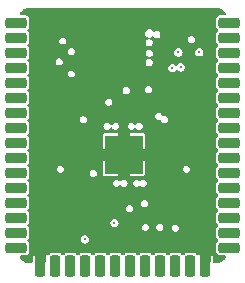
<source format=gbr>
%TF.GenerationSoftware,KiCad,Pcbnew,6.0.11+dfsg-1~bpo11+1*%
%TF.CreationDate,2023-07-13T21:39:36-04:00*%
%TF.ProjectId,Pop-In RP2040,506f702d-496e-4205-9250-323034302e6b,rev?*%
%TF.SameCoordinates,PX5f5e100PY5f5e100*%
%TF.FileFunction,Copper,L4,Bot*%
%TF.FilePolarity,Positive*%
%FSLAX46Y46*%
G04 Gerber Fmt 4.6, Leading zero omitted, Abs format (unit mm)*
G04 Created by KiCad (PCBNEW 6.0.11+dfsg-1~bpo11+1) date 2023-07-13 21:39:36*
%MOMM*%
%LPD*%
G01*
G04 APERTURE LIST*
G04 Aperture macros list*
%AMRoundRect*
0 Rectangle with rounded corners*
0 $1 Rounding radius*
0 $2 $3 $4 $5 $6 $7 $8 $9 X,Y pos of 4 corners*
0 Add a 4 corners polygon primitive as box body*
4,1,4,$2,$3,$4,$5,$6,$7,$8,$9,$2,$3,0*
0 Add four circle primitives for the rounded corners*
1,1,$1+$1,$2,$3*
1,1,$1+$1,$4,$5*
1,1,$1+$1,$6,$7*
1,1,$1+$1,$8,$9*
0 Add four rect primitives between the rounded corners*
20,1,$1+$1,$2,$3,$4,$5,0*
20,1,$1+$1,$4,$5,$6,$7,0*
20,1,$1+$1,$6,$7,$8,$9,0*
20,1,$1+$1,$8,$9,$2,$3,0*%
G04 Aperture macros list end*
%TA.AperFunction,HeatsinkPad*%
%ADD10R,3.200000X3.200000*%
%TD*%
%TA.AperFunction,CastellatedPad*%
%ADD11RoundRect,0.225000X-0.675000X-0.225000X0.675000X-0.225000X0.675000X0.225000X-0.675000X0.225000X0*%
%TD*%
%TA.AperFunction,CastellatedPad*%
%ADD12RoundRect,0.225000X0.225000X-0.675000X0.225000X0.675000X-0.225000X0.675000X-0.225000X-0.675000X0*%
%TD*%
%TA.AperFunction,CastellatedPad*%
%ADD13RoundRect,0.225000X0.675000X0.225000X-0.675000X0.225000X-0.675000X-0.225000X0.675000X-0.225000X0*%
%TD*%
%TA.AperFunction,ViaPad*%
%ADD14C,0.300000*%
%TD*%
%TA.AperFunction,ViaPad*%
%ADD15C,0.400000*%
%TD*%
G04 APERTURE END LIST*
D10*
%TO.P,U1,57,GND*%
%TO.N,GND*%
X84622Y-1638835D03*
%TD*%
D11*
%TO.P,REF\u002A\u002A,1*%
%TO.N,io0*%
X-9005378Y9525000D03*
%TO.P,REF\u002A\u002A,2*%
%TO.N,io1*%
X-9005378Y8255000D03*
%TO.P,REF\u002A\u002A,3*%
%TO.N,io2*%
X-9005378Y6985000D03*
%TO.P,REF\u002A\u002A,4*%
%TO.N,io3*%
X-9005378Y5715000D03*
%TO.P,REF\u002A\u002A,5*%
%TO.N,io4*%
X-9005378Y4445000D03*
%TO.P,REF\u002A\u002A,6*%
%TO.N,io5*%
X-9005378Y3175000D03*
%TO.P,REF\u002A\u002A,7*%
%TO.N,io6*%
X-9005378Y1905000D03*
%TO.P,REF\u002A\u002A,8*%
%TO.N,io7*%
X-9005378Y635000D03*
%TO.P,REF\u002A\u002A,9*%
%TO.N,io8*%
X-9005378Y-635000D03*
%TO.P,REF\u002A\u002A,10*%
%TO.N,io9*%
X-9005378Y-1905000D03*
%TO.P,REF\u002A\u002A,11*%
%TO.N,io10*%
X-9005378Y-3175000D03*
%TO.P,REF\u002A\u002A,12*%
%TO.N,io11*%
X-9005378Y-4445000D03*
%TO.P,REF\u002A\u002A,13*%
%TO.N,io12*%
X-9005378Y-5715000D03*
%TO.P,REF\u002A\u002A,14*%
%TO.N,io13*%
X-9005378Y-6985000D03*
%TO.P,REF\u002A\u002A,15*%
%TO.N,io14*%
X-9005378Y-8255000D03*
%TO.P,REF\u002A\u002A,16*%
%TO.N,io15*%
X-9005378Y-9525000D03*
D12*
%TO.P,REF\u002A\u002A,17*%
%TO.N,GND*%
X-6985000Y-11034588D03*
%TO.P,REF\u002A\u002A,18*%
%TO.N,+3V3*%
X-5715000Y-11034588D03*
%TO.P,REF\u002A\u002A,19*%
%TO.N,ADC_REF*%
X-4445000Y-11034588D03*
%TO.P,REF\u002A\u002A,20*%
%TO.N,N/C*%
X-3175000Y-11034588D03*
%TO.P,REF\u002A\u002A,21*%
%TO.N,SWCLK*%
X-1905000Y-11034588D03*
%TO.P,REF\u002A\u002A,22*%
%TO.N,SWDIO*%
X-635000Y-11034588D03*
%TO.P,REF\u002A\u002A,23*%
%TO.N,Reset*%
X635000Y-11034588D03*
%TO.P,REF\u002A\u002A,24*%
%TO.N,BootMode*%
X1905000Y-11034588D03*
%TO.P,REF\u002A\u002A,25*%
%TO.N,USB_D+*%
X3175000Y-11034588D03*
%TO.P,REF\u002A\u002A,26*%
%TO.N,USB_D-*%
X4445000Y-11034588D03*
%TO.P,REF\u002A\u002A,27*%
%TO.N,+3V3*%
X5715000Y-11034588D03*
%TO.P,REF\u002A\u002A,28*%
%TO.N,GND*%
X6985000Y-11034588D03*
D13*
%TO.P,REF\u002A\u002A,29*%
%TO.N,io16*%
X8974622Y-9525000D03*
%TO.P,REF\u002A\u002A,30*%
%TO.N,io17*%
X8974622Y-8255000D03*
%TO.P,REF\u002A\u002A,31*%
%TO.N,io18*%
X8974622Y-6985000D03*
%TO.P,REF\u002A\u002A,32*%
%TO.N,io19*%
X8974622Y-5715000D03*
%TO.P,REF\u002A\u002A,33*%
%TO.N,io20*%
X8974622Y-4445000D03*
%TO.P,REF\u002A\u002A,34*%
%TO.N,io21*%
X8974622Y-3175000D03*
%TO.P,REF\u002A\u002A,35*%
%TO.N,io22*%
X8974622Y-1905000D03*
%TO.P,REF\u002A\u002A,36*%
%TO.N,io23*%
X8974622Y-635000D03*
%TO.P,REF\u002A\u002A,37*%
%TO.N,io24*%
X8974622Y635000D03*
%TO.P,REF\u002A\u002A,38*%
%TO.N,io25*%
X8974622Y1905000D03*
%TO.P,REF\u002A\u002A,39*%
%TO.N,io26*%
X8974622Y3175000D03*
%TO.P,REF\u002A\u002A,40*%
%TO.N,io27*%
X8974622Y4445000D03*
%TO.P,REF\u002A\u002A,41*%
%TO.N,io28*%
X8974622Y5715000D03*
%TO.P,REF\u002A\u002A,42*%
%TO.N,io29*%
X8974622Y6985000D03*
%TO.P,REF\u002A\u002A,43*%
%TO.N,N/C*%
X8974622Y8255000D03*
%TO.P,REF\u002A\u002A,44*%
X8974622Y9525000D03*
%TD*%
D14*
%TO.N,io24*%
X4895280Y5740361D03*
D15*
%TO.N,GND*%
X1356603Y-2281042D03*
X-1183397Y-1011042D03*
X1356603Y-376042D03*
X86603Y-2281042D03*
X1356603Y-1646042D03*
X-1183397Y-2916042D03*
X-548397Y-376042D03*
X-4932780Y-7943690D03*
X-1183397Y-376042D03*
X2070907Y9818108D03*
X5401569Y-7644144D03*
X721603Y-1646042D03*
D14*
X-6740879Y-2505449D03*
X2573111Y-1683514D03*
X7075116Y-2861066D03*
D15*
X86603Y-1011042D03*
X721603Y-376042D03*
X86603Y-1646042D03*
X1356603Y-1011042D03*
X1356603Y-2916042D03*
X-548397Y-2916042D03*
X-2539683Y9854222D03*
X-2161912Y5707368D03*
X-548397Y-1646042D03*
X-1183397Y-1646042D03*
X-4335767Y3735537D03*
X721603Y-2916042D03*
X4921047Y1811368D03*
X86603Y-2916042D03*
X-1183397Y-2281042D03*
X86603Y-376042D03*
D14*
%TO.N,+3V3*%
X6474322Y7034187D03*
%TO.N,Net-(C16-Pad1)*%
X-3212786Y-8812745D03*
%TO.N,Net-(C17-Pad1)*%
X-707832Y-7433164D03*
%TO.N,Net-(LED1-Pad2)*%
X4194886Y5692423D03*
X4705027Y7019927D03*
%TD*%
%TA.AperFunction,Conductor*%
%TO.N,GND*%
G36*
X7968178Y10787394D02*
G01*
X7979651Y10784756D01*
X7990526Y10787217D01*
X8001673Y10787197D01*
X8001671Y10786190D01*
X8011573Y10786803D01*
X8126280Y10775504D01*
X8145314Y10771718D01*
X8276638Y10731880D01*
X8294561Y10724456D01*
X8415589Y10659764D01*
X8431723Y10648983D01*
X8537807Y10561923D01*
X8551524Y10548206D01*
X8604017Y10484243D01*
X8638584Y10442123D01*
X8649365Y10425988D01*
X8705393Y10321168D01*
X8716149Y10260936D01*
X8689448Y10205885D01*
X8635487Y10177042D01*
X8618083Y10175500D01*
X8266134Y10175500D01*
X8262290Y10174891D01*
X8262288Y10174891D01*
X8174191Y10160938D01*
X8174190Y10160938D01*
X8166496Y10159719D01*
X8159557Y10156183D01*
X8159556Y10156183D01*
X8053341Y10102064D01*
X8053339Y10102063D01*
X8046402Y10098528D01*
X7951094Y10003220D01*
X7889903Y9883126D01*
X7874122Y9783488D01*
X7874122Y9266512D01*
X7889903Y9166874D01*
X7951094Y9046780D01*
X8037870Y8960004D01*
X8065647Y8905487D01*
X8056076Y8845055D01*
X8037870Y8819996D01*
X7951094Y8733220D01*
X7947559Y8726283D01*
X7947558Y8726281D01*
X7893724Y8620625D01*
X7889903Y8613126D01*
X7874122Y8513488D01*
X7874122Y7996512D01*
X7874731Y7992668D01*
X7874731Y7992666D01*
X7885406Y7925270D01*
X7889903Y7896874D01*
X7893439Y7889935D01*
X7893439Y7889934D01*
X7943884Y7790931D01*
X7951094Y7776780D01*
X8037870Y7690004D01*
X8065647Y7635487D01*
X8056076Y7575055D01*
X8037870Y7549996D01*
X7951094Y7463220D01*
X7947559Y7456283D01*
X7947558Y7456281D01*
X7895388Y7353891D01*
X7889903Y7343126D01*
X7888684Y7335432D01*
X7888684Y7335431D01*
X7874881Y7248280D01*
X7874122Y7243488D01*
X7874122Y6726512D01*
X7874731Y6722668D01*
X7874731Y6722666D01*
X7888183Y6637736D01*
X7889903Y6626874D01*
X7893439Y6619935D01*
X7893439Y6619934D01*
X7939739Y6529066D01*
X7951094Y6506780D01*
X8037870Y6420004D01*
X8065647Y6365487D01*
X8056076Y6305055D01*
X8037870Y6279996D01*
X7951094Y6193220D01*
X7947559Y6186283D01*
X7947558Y6186281D01*
X7900544Y6094011D01*
X7889903Y6073126D01*
X7888684Y6065432D01*
X7888684Y6065431D01*
X7881690Y6021271D01*
X7874122Y5973488D01*
X7874122Y5456512D01*
X7874731Y5452668D01*
X7874731Y5452666D01*
X7884446Y5391331D01*
X7889903Y5356874D01*
X7893439Y5349935D01*
X7893439Y5349934D01*
X7915288Y5307054D01*
X7951094Y5236780D01*
X8037870Y5150004D01*
X8065647Y5095487D01*
X8056076Y5035055D01*
X8037870Y5009996D01*
X7951094Y4923220D01*
X7889903Y4803126D01*
X7874122Y4703488D01*
X7874122Y4186512D01*
X7874731Y4182668D01*
X7874731Y4182666D01*
X7885706Y4113375D01*
X7889903Y4086874D01*
X7893439Y4079935D01*
X7893439Y4079934D01*
X7943586Y3981516D01*
X7951094Y3966780D01*
X8037870Y3880004D01*
X8065647Y3825487D01*
X8056076Y3765055D01*
X8037870Y3739996D01*
X7951094Y3653220D01*
X7947559Y3646283D01*
X7947558Y3646281D01*
X7893439Y3540066D01*
X7889903Y3533126D01*
X7874122Y3433488D01*
X7874122Y2916512D01*
X7889903Y2816874D01*
X7893439Y2809935D01*
X7893439Y2809934D01*
X7940141Y2718277D01*
X7951094Y2696780D01*
X8037870Y2610004D01*
X8065647Y2555487D01*
X8056076Y2495055D01*
X8037870Y2469996D01*
X7951094Y2383220D01*
X7889903Y2263126D01*
X7874122Y2163488D01*
X7874122Y1646512D01*
X7874731Y1642668D01*
X7874731Y1642666D01*
X7878994Y1615754D01*
X7889903Y1546874D01*
X7893439Y1539935D01*
X7893439Y1539934D01*
X7901270Y1524566D01*
X7951094Y1426780D01*
X8037870Y1340004D01*
X8065647Y1285487D01*
X8056076Y1225055D01*
X8037870Y1199996D01*
X7951094Y1113220D01*
X7947559Y1106283D01*
X7947558Y1106281D01*
X7903077Y1018982D01*
X7889903Y993126D01*
X7888684Y985432D01*
X7888684Y985431D01*
X7882578Y946879D01*
X7874122Y893488D01*
X7874122Y376512D01*
X7889903Y276874D01*
X7951094Y156780D01*
X8037870Y70004D01*
X8065647Y15487D01*
X8056076Y-44945D01*
X8037870Y-70004D01*
X7951094Y-156780D01*
X7889903Y-276874D01*
X7874122Y-376512D01*
X7874122Y-893488D01*
X7889903Y-993126D01*
X7951094Y-1113220D01*
X8037870Y-1199996D01*
X8065647Y-1254513D01*
X8056076Y-1314945D01*
X8037870Y-1340004D01*
X7951094Y-1426780D01*
X7889903Y-1546874D01*
X7874122Y-1646512D01*
X7874122Y-2163488D01*
X7889903Y-2263126D01*
X7951094Y-2383220D01*
X8037870Y-2469996D01*
X8065647Y-2524513D01*
X8056076Y-2584945D01*
X8037870Y-2610004D01*
X7951094Y-2696780D01*
X7947559Y-2703717D01*
X7947558Y-2703719D01*
X7919903Y-2757996D01*
X7889903Y-2816874D01*
X7874122Y-2916512D01*
X7874122Y-3433488D01*
X7889903Y-3533126D01*
X7951094Y-3653220D01*
X8037870Y-3739996D01*
X8065647Y-3794513D01*
X8056076Y-3854945D01*
X8037870Y-3880004D01*
X7951094Y-3966780D01*
X7889903Y-4086874D01*
X7888684Y-4094568D01*
X7888684Y-4094569D01*
X7879059Y-4155339D01*
X7874122Y-4186512D01*
X7874122Y-4703488D01*
X7889903Y-4803126D01*
X7951094Y-4923220D01*
X8037870Y-5009996D01*
X8065647Y-5064513D01*
X8056076Y-5124945D01*
X8037870Y-5150004D01*
X7951094Y-5236780D01*
X7889903Y-5356874D01*
X7874122Y-5456512D01*
X7874122Y-5973488D01*
X7874731Y-5977332D01*
X7874731Y-5977334D01*
X7875526Y-5982350D01*
X7889903Y-6073126D01*
X7893439Y-6080065D01*
X7893439Y-6080066D01*
X7904078Y-6100945D01*
X7951094Y-6193220D01*
X8037870Y-6279996D01*
X8065647Y-6334513D01*
X8056076Y-6394945D01*
X8037870Y-6420004D01*
X7951094Y-6506780D01*
X7889903Y-6626874D01*
X7874122Y-6726512D01*
X7874122Y-7243488D01*
X7889903Y-7343126D01*
X7893439Y-7350065D01*
X7893439Y-7350066D01*
X7935780Y-7433164D01*
X7951094Y-7463220D01*
X8037870Y-7549996D01*
X8065647Y-7604513D01*
X8056076Y-7664945D01*
X8037870Y-7690004D01*
X7951094Y-7776780D01*
X7947559Y-7783717D01*
X7947558Y-7783719D01*
X7937423Y-7803610D01*
X7889903Y-7896874D01*
X7874122Y-7996512D01*
X7874122Y-8513488D01*
X7874731Y-8517332D01*
X7874731Y-8517334D01*
X7888483Y-8604158D01*
X7889903Y-8613126D01*
X7893439Y-8620065D01*
X7893439Y-8620066D01*
X7939660Y-8710779D01*
X7951094Y-8733220D01*
X8037870Y-8819996D01*
X8065647Y-8874513D01*
X8056076Y-8934945D01*
X8037870Y-8960004D01*
X7951094Y-9046780D01*
X7947559Y-9053717D01*
X7947558Y-9053719D01*
X7898376Y-9150245D01*
X7889903Y-9166874D01*
X7874122Y-9266512D01*
X7874122Y-9783488D01*
X7889903Y-9883126D01*
X7951094Y-10003220D01*
X8046402Y-10098528D01*
X8053339Y-10102063D01*
X8053341Y-10102064D01*
X8159556Y-10156183D01*
X8166496Y-10159719D01*
X8174190Y-10160938D01*
X8174191Y-10160938D01*
X8262288Y-10174891D01*
X8262290Y-10174891D01*
X8266134Y-10175500D01*
X8622265Y-10175500D01*
X8680456Y-10194407D01*
X8716420Y-10243907D01*
X8717001Y-10303240D01*
X8716096Y-10306225D01*
X8708671Y-10324150D01*
X8643981Y-10445181D01*
X8633199Y-10461318D01*
X8546141Y-10567402D01*
X8532422Y-10581122D01*
X8426331Y-10668192D01*
X8410208Y-10678964D01*
X8289176Y-10743660D01*
X8271255Y-10751084D01*
X8214576Y-10768279D01*
X8139923Y-10790926D01*
X8120890Y-10794712D01*
X8102513Y-10796523D01*
X8006581Y-10805974D01*
X7996714Y-10806450D01*
X7985844Y-10806431D01*
X7974976Y-10803932D01*
X7964101Y-10806393D01*
X7963850Y-10806450D01*
X7962982Y-10806646D01*
X7941132Y-10809088D01*
X7733999Y-10809088D01*
X7675808Y-10790181D01*
X7639844Y-10740681D01*
X7634999Y-10710088D01*
X7634999Y-10330032D01*
X7634390Y-10322290D01*
X7620456Y-10234313D01*
X7615702Y-10219680D01*
X7561654Y-10113604D01*
X7552612Y-10101159D01*
X7468431Y-10016978D01*
X7455981Y-10007933D01*
X7448971Y-10004361D01*
X7437719Y-10002579D01*
X7435000Y-10007915D01*
X7435000Y-10710088D01*
X7416093Y-10768279D01*
X7366593Y-10804243D01*
X7336000Y-10809088D01*
X6634000Y-10809088D01*
X6575809Y-10790181D01*
X6539845Y-10740681D01*
X6535000Y-10710088D01*
X6535000Y-10012922D01*
X6531479Y-10002087D01*
X6525492Y-10002087D01*
X6514019Y-10007933D01*
X6501566Y-10016980D01*
X6420358Y-10098189D01*
X6365842Y-10125967D01*
X6305409Y-10116396D01*
X6280350Y-10098190D01*
X6193220Y-10011060D01*
X6186283Y-10007525D01*
X6186281Y-10007524D01*
X6080066Y-9953405D01*
X6080065Y-9953405D01*
X6073126Y-9949869D01*
X6065432Y-9948650D01*
X6065431Y-9948650D01*
X5977334Y-9934697D01*
X5977332Y-9934697D01*
X5973488Y-9934088D01*
X5456512Y-9934088D01*
X5452668Y-9934697D01*
X5452666Y-9934697D01*
X5364569Y-9948650D01*
X5364568Y-9948650D01*
X5356874Y-9949869D01*
X5349935Y-9953405D01*
X5349934Y-9953405D01*
X5243719Y-10007524D01*
X5243717Y-10007525D01*
X5236780Y-10011060D01*
X5150004Y-10097836D01*
X5095487Y-10125613D01*
X5035055Y-10116042D01*
X5009996Y-10097836D01*
X4923220Y-10011060D01*
X4916283Y-10007525D01*
X4916281Y-10007524D01*
X4810066Y-9953405D01*
X4810065Y-9953405D01*
X4803126Y-9949869D01*
X4795432Y-9948650D01*
X4795431Y-9948650D01*
X4707334Y-9934697D01*
X4707332Y-9934697D01*
X4703488Y-9934088D01*
X4186512Y-9934088D01*
X4182668Y-9934697D01*
X4182666Y-9934697D01*
X4094569Y-9948650D01*
X4094568Y-9948650D01*
X4086874Y-9949869D01*
X4079935Y-9953405D01*
X4079934Y-9953405D01*
X3973719Y-10007524D01*
X3973717Y-10007525D01*
X3966780Y-10011060D01*
X3880004Y-10097836D01*
X3825487Y-10125613D01*
X3765055Y-10116042D01*
X3739996Y-10097836D01*
X3653220Y-10011060D01*
X3646283Y-10007525D01*
X3646281Y-10007524D01*
X3540066Y-9953405D01*
X3540065Y-9953405D01*
X3533126Y-9949869D01*
X3525432Y-9948650D01*
X3525431Y-9948650D01*
X3437334Y-9934697D01*
X3437332Y-9934697D01*
X3433488Y-9934088D01*
X2916512Y-9934088D01*
X2912668Y-9934697D01*
X2912666Y-9934697D01*
X2824569Y-9948650D01*
X2824568Y-9948650D01*
X2816874Y-9949869D01*
X2809935Y-9953405D01*
X2809934Y-9953405D01*
X2703719Y-10007524D01*
X2703717Y-10007525D01*
X2696780Y-10011060D01*
X2610004Y-10097836D01*
X2555487Y-10125613D01*
X2495055Y-10116042D01*
X2469996Y-10097836D01*
X2383220Y-10011060D01*
X2376283Y-10007525D01*
X2376281Y-10007524D01*
X2270066Y-9953405D01*
X2270065Y-9953405D01*
X2263126Y-9949869D01*
X2255432Y-9948650D01*
X2255431Y-9948650D01*
X2167334Y-9934697D01*
X2167332Y-9934697D01*
X2163488Y-9934088D01*
X1646512Y-9934088D01*
X1642668Y-9934697D01*
X1642666Y-9934697D01*
X1554569Y-9948650D01*
X1554568Y-9948650D01*
X1546874Y-9949869D01*
X1539935Y-9953405D01*
X1539934Y-9953405D01*
X1433719Y-10007524D01*
X1433717Y-10007525D01*
X1426780Y-10011060D01*
X1340004Y-10097836D01*
X1285487Y-10125613D01*
X1225055Y-10116042D01*
X1199996Y-10097836D01*
X1113220Y-10011060D01*
X1106283Y-10007525D01*
X1106281Y-10007524D01*
X1000066Y-9953405D01*
X1000065Y-9953405D01*
X993126Y-9949869D01*
X985432Y-9948650D01*
X985431Y-9948650D01*
X897334Y-9934697D01*
X897332Y-9934697D01*
X893488Y-9934088D01*
X376512Y-9934088D01*
X372668Y-9934697D01*
X372666Y-9934697D01*
X284569Y-9948650D01*
X284568Y-9948650D01*
X276874Y-9949869D01*
X269935Y-9953405D01*
X269934Y-9953405D01*
X163719Y-10007524D01*
X163717Y-10007525D01*
X156780Y-10011060D01*
X70004Y-10097836D01*
X15487Y-10125613D01*
X-44945Y-10116042D01*
X-70004Y-10097836D01*
X-156780Y-10011060D01*
X-163717Y-10007525D01*
X-163719Y-10007524D01*
X-269934Y-9953405D01*
X-269935Y-9953405D01*
X-276874Y-9949869D01*
X-284568Y-9948650D01*
X-284569Y-9948650D01*
X-372666Y-9934697D01*
X-372668Y-9934697D01*
X-376512Y-9934088D01*
X-893488Y-9934088D01*
X-897332Y-9934697D01*
X-897334Y-9934697D01*
X-985431Y-9948650D01*
X-985432Y-9948650D01*
X-993126Y-9949869D01*
X-1000065Y-9953405D01*
X-1000066Y-9953405D01*
X-1106281Y-10007524D01*
X-1106283Y-10007525D01*
X-1113220Y-10011060D01*
X-1199996Y-10097836D01*
X-1254513Y-10125613D01*
X-1314945Y-10116042D01*
X-1340004Y-10097836D01*
X-1426780Y-10011060D01*
X-1433717Y-10007525D01*
X-1433719Y-10007524D01*
X-1539934Y-9953405D01*
X-1539935Y-9953405D01*
X-1546874Y-9949869D01*
X-1554568Y-9948650D01*
X-1554569Y-9948650D01*
X-1642666Y-9934697D01*
X-1642668Y-9934697D01*
X-1646512Y-9934088D01*
X-2163488Y-9934088D01*
X-2167332Y-9934697D01*
X-2167334Y-9934697D01*
X-2255431Y-9948650D01*
X-2255432Y-9948650D01*
X-2263126Y-9949869D01*
X-2270065Y-9953405D01*
X-2270066Y-9953405D01*
X-2376281Y-10007524D01*
X-2376283Y-10007525D01*
X-2383220Y-10011060D01*
X-2469996Y-10097836D01*
X-2524513Y-10125613D01*
X-2584945Y-10116042D01*
X-2610004Y-10097836D01*
X-2696780Y-10011060D01*
X-2703717Y-10007525D01*
X-2703719Y-10007524D01*
X-2809934Y-9953405D01*
X-2809935Y-9953405D01*
X-2816874Y-9949869D01*
X-2824568Y-9948650D01*
X-2824569Y-9948650D01*
X-2912666Y-9934697D01*
X-2912668Y-9934697D01*
X-2916512Y-9934088D01*
X-3433488Y-9934088D01*
X-3437332Y-9934697D01*
X-3437334Y-9934697D01*
X-3525431Y-9948650D01*
X-3525432Y-9948650D01*
X-3533126Y-9949869D01*
X-3540065Y-9953405D01*
X-3540066Y-9953405D01*
X-3646281Y-10007524D01*
X-3646283Y-10007525D01*
X-3653220Y-10011060D01*
X-3739996Y-10097836D01*
X-3794513Y-10125613D01*
X-3854945Y-10116042D01*
X-3880004Y-10097836D01*
X-3966780Y-10011060D01*
X-3973717Y-10007525D01*
X-3973719Y-10007524D01*
X-4079934Y-9953405D01*
X-4079935Y-9953405D01*
X-4086874Y-9949869D01*
X-4094568Y-9948650D01*
X-4094569Y-9948650D01*
X-4182666Y-9934697D01*
X-4182668Y-9934697D01*
X-4186512Y-9934088D01*
X-4703488Y-9934088D01*
X-4707332Y-9934697D01*
X-4707334Y-9934697D01*
X-4795431Y-9948650D01*
X-4795432Y-9948650D01*
X-4803126Y-9949869D01*
X-4810065Y-9953405D01*
X-4810066Y-9953405D01*
X-4916281Y-10007524D01*
X-4916283Y-10007525D01*
X-4923220Y-10011060D01*
X-5009996Y-10097836D01*
X-5064513Y-10125613D01*
X-5124945Y-10116042D01*
X-5150004Y-10097836D01*
X-5236780Y-10011060D01*
X-5243717Y-10007525D01*
X-5243719Y-10007524D01*
X-5349934Y-9953405D01*
X-5349935Y-9953405D01*
X-5356874Y-9949869D01*
X-5364568Y-9948650D01*
X-5364569Y-9948650D01*
X-5452666Y-9934697D01*
X-5452668Y-9934697D01*
X-5456512Y-9934088D01*
X-5973488Y-9934088D01*
X-5977332Y-9934697D01*
X-5977334Y-9934697D01*
X-6065431Y-9948650D01*
X-6065432Y-9948650D01*
X-6073126Y-9949869D01*
X-6080065Y-9953405D01*
X-6080066Y-9953405D01*
X-6186281Y-10007524D01*
X-6186283Y-10007525D01*
X-6193220Y-10011060D01*
X-6198726Y-10016566D01*
X-6198730Y-10016569D01*
X-6280349Y-10098189D01*
X-6334865Y-10125967D01*
X-6395298Y-10116396D01*
X-6420357Y-10098190D01*
X-6501569Y-10016978D01*
X-6514019Y-10007933D01*
X-6521029Y-10004361D01*
X-6532281Y-10002579D01*
X-6535000Y-10007915D01*
X-6535000Y-10710088D01*
X-6553907Y-10768279D01*
X-6603407Y-10804243D01*
X-6634000Y-10809088D01*
X-7336000Y-10809088D01*
X-7394191Y-10790181D01*
X-7430155Y-10740681D01*
X-7435000Y-10710088D01*
X-7435000Y-10012922D01*
X-7438521Y-10002087D01*
X-7444508Y-10002087D01*
X-7455981Y-10007933D01*
X-7468431Y-10016978D01*
X-7552612Y-10101159D01*
X-7561654Y-10113604D01*
X-7615702Y-10219679D01*
X-7620457Y-10234314D01*
X-7634391Y-10322291D01*
X-7635000Y-10330030D01*
X-7635000Y-10710088D01*
X-7653907Y-10768279D01*
X-7703407Y-10804243D01*
X-7734000Y-10809088D01*
X-7966996Y-10809088D01*
X-7989181Y-10806570D01*
X-8000654Y-10803932D01*
X-8011528Y-10806393D01*
X-8022677Y-10806373D01*
X-8022675Y-10805363D01*
X-8032576Y-10805979D01*
X-8147278Y-10794680D01*
X-8166313Y-10790894D01*
X-8297633Y-10751056D01*
X-8315563Y-10743628D01*
X-8436583Y-10678939D01*
X-8452719Y-10668157D01*
X-8505756Y-10624630D01*
X-8558796Y-10581099D01*
X-8572516Y-10567379D01*
X-8581623Y-10556281D01*
X-8659572Y-10461298D01*
X-8670353Y-10445163D01*
X-8704266Y-10381713D01*
X-8735040Y-10324138D01*
X-8742468Y-10306202D01*
X-8743369Y-10303231D01*
X-8742163Y-10242058D01*
X-8705231Y-10193276D01*
X-8648630Y-10175500D01*
X-8296890Y-10175500D01*
X-8293046Y-10174891D01*
X-8293044Y-10174891D01*
X-8204947Y-10160938D01*
X-8204946Y-10160938D01*
X-8197252Y-10159719D01*
X-8190312Y-10156183D01*
X-8084097Y-10102064D01*
X-8084095Y-10102063D01*
X-8077158Y-10098528D01*
X-7981850Y-10003220D01*
X-7920659Y-9883126D01*
X-7904878Y-9783488D01*
X-7904878Y-9266512D01*
X-7920659Y-9166874D01*
X-7929132Y-9150245D01*
X-7978314Y-9053719D01*
X-7978315Y-9053717D01*
X-7981850Y-9046780D01*
X-8068626Y-8960004D01*
X-8096403Y-8905487D01*
X-8086832Y-8845055D01*
X-8068626Y-8819996D01*
X-8061375Y-8812745D01*
X-3567655Y-8812745D01*
X-3550286Y-8922406D01*
X-3499881Y-9021332D01*
X-3421373Y-9099840D01*
X-3414436Y-9103375D01*
X-3414434Y-9103376D01*
X-3329387Y-9146709D01*
X-3322447Y-9150245D01*
X-3314753Y-9151464D01*
X-3314752Y-9151464D01*
X-3220482Y-9166395D01*
X-3212786Y-9167614D01*
X-3205090Y-9166395D01*
X-3110820Y-9151464D01*
X-3110819Y-9151464D01*
X-3103125Y-9150245D01*
X-3096185Y-9146709D01*
X-3011138Y-9103376D01*
X-3011136Y-9103375D01*
X-3004199Y-9099840D01*
X-2925691Y-9021332D01*
X-2875286Y-8922406D01*
X-2857917Y-8812745D01*
X-2875286Y-8703084D01*
X-2878822Y-8696144D01*
X-2922155Y-8611097D01*
X-2922156Y-8611095D01*
X-2925691Y-8604158D01*
X-3004199Y-8525650D01*
X-3011136Y-8522115D01*
X-3011138Y-8522114D01*
X-3096185Y-8478781D01*
X-3103125Y-8475245D01*
X-3110819Y-8474026D01*
X-3110820Y-8474026D01*
X-3205090Y-8459095D01*
X-3212786Y-8457876D01*
X-3220482Y-8459095D01*
X-3314752Y-8474026D01*
X-3314753Y-8474026D01*
X-3322447Y-8475245D01*
X-3329387Y-8478781D01*
X-3414434Y-8522114D01*
X-3414436Y-8522115D01*
X-3421373Y-8525650D01*
X-3499881Y-8604158D01*
X-3503416Y-8611095D01*
X-3503417Y-8611097D01*
X-3546750Y-8696144D01*
X-3550286Y-8703084D01*
X-3567655Y-8812745D01*
X-8061375Y-8812745D01*
X-7981850Y-8733220D01*
X-7970415Y-8710779D01*
X-7924195Y-8620066D01*
X-7924195Y-8620065D01*
X-7920659Y-8613126D01*
X-7919238Y-8604158D01*
X-7905487Y-8517334D01*
X-7905487Y-8517332D01*
X-7904878Y-8513488D01*
X-7904878Y-7996512D01*
X-7920659Y-7896874D01*
X-7968179Y-7803610D01*
X-7972525Y-7795080D01*
X1599864Y-7795080D01*
X1618266Y-7899443D01*
X1622596Y-7906943D01*
X1649301Y-7953198D01*
X1671252Y-7991218D01*
X1752432Y-8059336D01*
X1760570Y-8062298D01*
X1760572Y-8062299D01*
X1797446Y-8075719D01*
X1852014Y-8095580D01*
X1957986Y-8095580D01*
X2012554Y-8075719D01*
X2049428Y-8062299D01*
X2049430Y-8062298D01*
X2057568Y-8059336D01*
X2138748Y-7991218D01*
X2160699Y-7953198D01*
X2187404Y-7906943D01*
X2191734Y-7899443D01*
X2210136Y-7795080D01*
X2822707Y-7795080D01*
X2841109Y-7899443D01*
X2845439Y-7906943D01*
X2872144Y-7953198D01*
X2894095Y-7991218D01*
X2975275Y-8059336D01*
X2983413Y-8062298D01*
X2983415Y-8062299D01*
X3020289Y-8075719D01*
X3074857Y-8095580D01*
X3180829Y-8095580D01*
X3235397Y-8075719D01*
X3272271Y-8062299D01*
X3272273Y-8062298D01*
X3280411Y-8059336D01*
X3361591Y-7991218D01*
X3383542Y-7953198D01*
X3410247Y-7906943D01*
X3414577Y-7899443D01*
X3423501Y-7848835D01*
X4134125Y-7848835D01*
X4152527Y-7953198D01*
X4205513Y-8044973D01*
X4286693Y-8113091D01*
X4294831Y-8116053D01*
X4294833Y-8116054D01*
X4331707Y-8129474D01*
X4386275Y-8149335D01*
X4492247Y-8149335D01*
X4546815Y-8129474D01*
X4583689Y-8116054D01*
X4583691Y-8116053D01*
X4591829Y-8113091D01*
X4673009Y-8044973D01*
X4725995Y-7953198D01*
X4744397Y-7848835D01*
X4725995Y-7744472D01*
X4699885Y-7699247D01*
X4677338Y-7660195D01*
X4673009Y-7652697D01*
X4591829Y-7584579D01*
X4583691Y-7581617D01*
X4583689Y-7581616D01*
X4546815Y-7568196D01*
X4492247Y-7548335D01*
X4386275Y-7548335D01*
X4331707Y-7568196D01*
X4294833Y-7581616D01*
X4294831Y-7581617D01*
X4286693Y-7584579D01*
X4205513Y-7652697D01*
X4201184Y-7660195D01*
X4178638Y-7699247D01*
X4152527Y-7744472D01*
X4134125Y-7848835D01*
X3423501Y-7848835D01*
X3432979Y-7795080D01*
X3414577Y-7690717D01*
X3409240Y-7681472D01*
X3365920Y-7606440D01*
X3361591Y-7598942D01*
X3280411Y-7530824D01*
X3272273Y-7527862D01*
X3272271Y-7527861D01*
X3235397Y-7514441D01*
X3180829Y-7494580D01*
X3074857Y-7494580D01*
X3020289Y-7514441D01*
X2983415Y-7527861D01*
X2983413Y-7527862D01*
X2975275Y-7530824D01*
X2894095Y-7598942D01*
X2889766Y-7606440D01*
X2846447Y-7681472D01*
X2841109Y-7690717D01*
X2822707Y-7795080D01*
X2210136Y-7795080D01*
X2191734Y-7690717D01*
X2186397Y-7681472D01*
X2143077Y-7606440D01*
X2138748Y-7598942D01*
X2057568Y-7530824D01*
X2049430Y-7527862D01*
X2049428Y-7527861D01*
X2012554Y-7514441D01*
X1957986Y-7494580D01*
X1852014Y-7494580D01*
X1797446Y-7514441D01*
X1760572Y-7527861D01*
X1760570Y-7527862D01*
X1752432Y-7530824D01*
X1671252Y-7598942D01*
X1666923Y-7606440D01*
X1623604Y-7681472D01*
X1618266Y-7690717D01*
X1599864Y-7795080D01*
X-7972525Y-7795080D01*
X-7978314Y-7783719D01*
X-7978315Y-7783717D01*
X-7981850Y-7776780D01*
X-8068626Y-7690004D01*
X-8096403Y-7635487D01*
X-8086832Y-7575055D01*
X-8068626Y-7549996D01*
X-7981850Y-7463220D01*
X-7966535Y-7433164D01*
X-1062701Y-7433164D01*
X-1061482Y-7440860D01*
X-1052973Y-7494580D01*
X-1045332Y-7542825D01*
X-1041796Y-7549765D01*
X-1005866Y-7620281D01*
X-994927Y-7641751D01*
X-916419Y-7720259D01*
X-909482Y-7723794D01*
X-909480Y-7723795D01*
X-852157Y-7753002D01*
X-817493Y-7770664D01*
X-809799Y-7771883D01*
X-809798Y-7771883D01*
X-715528Y-7786814D01*
X-707832Y-7788033D01*
X-700136Y-7786814D01*
X-605866Y-7771883D01*
X-605865Y-7771883D01*
X-598171Y-7770664D01*
X-563507Y-7753002D01*
X-506184Y-7723795D01*
X-506182Y-7723794D01*
X-499245Y-7720259D01*
X-420737Y-7641751D01*
X-409797Y-7620281D01*
X-373868Y-7549765D01*
X-370332Y-7542825D01*
X-362690Y-7494580D01*
X-354182Y-7440860D01*
X-352963Y-7433164D01*
X-370332Y-7323503D01*
X-373868Y-7316563D01*
X-417201Y-7231516D01*
X-417202Y-7231514D01*
X-420737Y-7224577D01*
X-499245Y-7146069D01*
X-506182Y-7142534D01*
X-506184Y-7142533D01*
X-591231Y-7099200D01*
X-598171Y-7095664D01*
X-605865Y-7094445D01*
X-605866Y-7094445D01*
X-700136Y-7079514D01*
X-707832Y-7078295D01*
X-715528Y-7079514D01*
X-809798Y-7094445D01*
X-809799Y-7094445D01*
X-817493Y-7095664D01*
X-824433Y-7099200D01*
X-909480Y-7142533D01*
X-909482Y-7142534D01*
X-916419Y-7146069D01*
X-994927Y-7224577D01*
X-998462Y-7231514D01*
X-998463Y-7231516D01*
X-1041796Y-7316563D01*
X-1045332Y-7323503D01*
X-1062701Y-7433164D01*
X-7966535Y-7433164D01*
X-7924195Y-7350066D01*
X-7924195Y-7350065D01*
X-7920659Y-7343126D01*
X-7904878Y-7243488D01*
X-7904878Y-6726512D01*
X-7920659Y-6626874D01*
X-7981850Y-6506780D01*
X-8068626Y-6420004D01*
X-8096403Y-6365487D01*
X-8086832Y-6305055D01*
X-8068626Y-6279996D01*
X-7985408Y-6196778D01*
X268533Y-6196778D01*
X286935Y-6301141D01*
X339921Y-6392916D01*
X421101Y-6461034D01*
X429239Y-6463996D01*
X429241Y-6463997D01*
X466115Y-6477417D01*
X520683Y-6497278D01*
X626655Y-6497278D01*
X681223Y-6477417D01*
X718097Y-6463997D01*
X718099Y-6463996D01*
X726237Y-6461034D01*
X807417Y-6392916D01*
X860403Y-6301141D01*
X878805Y-6196778D01*
X860403Y-6092415D01*
X807417Y-6000640D01*
X726237Y-5932522D01*
X718099Y-5929560D01*
X718097Y-5929559D01*
X652193Y-5905573D01*
X626655Y-5896278D01*
X520683Y-5896278D01*
X495145Y-5905573D01*
X429241Y-5929559D01*
X429239Y-5929560D01*
X421101Y-5932522D01*
X339921Y-6000640D01*
X286935Y-6092415D01*
X268533Y-6196778D01*
X-7985408Y-6196778D01*
X-7981850Y-6193220D01*
X-7934833Y-6100945D01*
X-7924195Y-6080066D01*
X-7924195Y-6080065D01*
X-7920659Y-6073126D01*
X-7906281Y-5982350D01*
X-7905487Y-5977334D01*
X-7905487Y-5977332D01*
X-7904878Y-5973488D01*
X-7904878Y-5793710D01*
X1548298Y-5793710D01*
X1566700Y-5898073D01*
X1619686Y-5989848D01*
X1700866Y-6057966D01*
X1709004Y-6060928D01*
X1709006Y-6060929D01*
X1721376Y-6065431D01*
X1800448Y-6094210D01*
X1906420Y-6094210D01*
X1985492Y-6065431D01*
X1997862Y-6060929D01*
X1997864Y-6060928D01*
X2006002Y-6057966D01*
X2087182Y-5989848D01*
X2140168Y-5898073D01*
X2158570Y-5793710D01*
X2140168Y-5689347D01*
X2087182Y-5597572D01*
X2006002Y-5529454D01*
X1997864Y-5526492D01*
X1997862Y-5526491D01*
X1960988Y-5513071D01*
X1906420Y-5493210D01*
X1800448Y-5493210D01*
X1745880Y-5513071D01*
X1709006Y-5526491D01*
X1709004Y-5526492D01*
X1700866Y-5529454D01*
X1619686Y-5597572D01*
X1566700Y-5689347D01*
X1548298Y-5793710D01*
X-7904878Y-5793710D01*
X-7904878Y-5456512D01*
X-7920659Y-5356874D01*
X-7981850Y-5236780D01*
X-8068626Y-5150004D01*
X-8096403Y-5095487D01*
X-8086832Y-5035055D01*
X-8068626Y-5009996D01*
X-7981850Y-4923220D01*
X-7920659Y-4803126D01*
X-7904878Y-4703488D01*
X-7904878Y-4186512D01*
X-7909815Y-4155339D01*
X-7919440Y-4094569D01*
X-7919440Y-4094568D01*
X-7920659Y-4086874D01*
X-7934604Y-4059506D01*
X-828217Y-4059506D01*
X-809815Y-4163869D01*
X-756829Y-4255644D01*
X-675649Y-4323762D01*
X-667511Y-4326724D01*
X-667509Y-4326725D01*
X-630635Y-4340145D01*
X-576067Y-4360006D01*
X-470095Y-4360006D01*
X-415527Y-4340145D01*
X-378653Y-4326725D01*
X-378651Y-4326724D01*
X-370513Y-4323762D01*
X-289333Y-4255644D01*
X-287220Y-4251984D01*
X-237441Y-4220882D01*
X-176405Y-4225154D01*
X-139987Y-4251614D01*
X-137660Y-4255644D01*
X-56480Y-4323762D01*
X-48342Y-4326724D01*
X-48340Y-4326725D01*
X-11466Y-4340145D01*
X43102Y-4360006D01*
X149074Y-4360006D01*
X203642Y-4340145D01*
X240516Y-4326725D01*
X240518Y-4326724D01*
X248656Y-4323762D01*
X329836Y-4255644D01*
X382822Y-4163869D01*
X401224Y-4059506D01*
X835717Y-4059506D01*
X854119Y-4163869D01*
X907105Y-4255644D01*
X988285Y-4323762D01*
X996423Y-4326724D01*
X996425Y-4326725D01*
X1033299Y-4340145D01*
X1087867Y-4360006D01*
X1193839Y-4360006D01*
X1248407Y-4340145D01*
X1285281Y-4326725D01*
X1285283Y-4326724D01*
X1293421Y-4323762D01*
X1365696Y-4263116D01*
X1422426Y-4240195D01*
X1481794Y-4254997D01*
X1492966Y-4263115D01*
X1565243Y-4323762D01*
X1573381Y-4326724D01*
X1573383Y-4326725D01*
X1610257Y-4340145D01*
X1664825Y-4360006D01*
X1770797Y-4360006D01*
X1825365Y-4340145D01*
X1862239Y-4326725D01*
X1862241Y-4326724D01*
X1870379Y-4323762D01*
X1951559Y-4255644D01*
X2004545Y-4163869D01*
X2022947Y-4059506D01*
X2004545Y-3955143D01*
X1951559Y-3863368D01*
X1870379Y-3795250D01*
X1862241Y-3792288D01*
X1862239Y-3792287D01*
X1825365Y-3778867D01*
X1770797Y-3759006D01*
X1664825Y-3759006D01*
X1610257Y-3778867D01*
X1573383Y-3792287D01*
X1573381Y-3792288D01*
X1565243Y-3795250D01*
X1547665Y-3810000D01*
X1492968Y-3855896D01*
X1436238Y-3878817D01*
X1376870Y-3864015D01*
X1365696Y-3855896D01*
X1310999Y-3810000D01*
X1293421Y-3795250D01*
X1285283Y-3792288D01*
X1285281Y-3792287D01*
X1248407Y-3778867D01*
X1193839Y-3759006D01*
X1087867Y-3759006D01*
X1033299Y-3778867D01*
X996425Y-3792287D01*
X996423Y-3792288D01*
X988285Y-3795250D01*
X907105Y-3863368D01*
X854119Y-3955143D01*
X835717Y-4059506D01*
X401224Y-4059506D01*
X382822Y-3955143D01*
X329836Y-3863368D01*
X248656Y-3795250D01*
X240518Y-3792288D01*
X240516Y-3792287D01*
X203642Y-3778867D01*
X149074Y-3759006D01*
X43102Y-3759006D01*
X-11466Y-3778867D01*
X-48340Y-3792287D01*
X-48342Y-3792288D01*
X-56480Y-3795250D01*
X-137660Y-3863368D01*
X-139773Y-3867028D01*
X-189552Y-3898130D01*
X-250588Y-3893858D01*
X-287006Y-3867398D01*
X-289333Y-3863368D01*
X-370513Y-3795250D01*
X-378651Y-3792288D01*
X-378653Y-3792287D01*
X-415527Y-3778867D01*
X-470095Y-3759006D01*
X-576067Y-3759006D01*
X-630635Y-3778867D01*
X-667509Y-3792287D01*
X-667511Y-3792288D01*
X-675649Y-3795250D01*
X-756829Y-3863368D01*
X-809815Y-3955143D01*
X-828217Y-4059506D01*
X-7934604Y-4059506D01*
X-7981850Y-3966780D01*
X-8068626Y-3880004D01*
X-8096403Y-3825487D01*
X-8086832Y-3765055D01*
X-8068626Y-3739996D01*
X-7981850Y-3653220D01*
X-7920659Y-3533126D01*
X-7904878Y-3433488D01*
X-7904878Y-3222861D01*
X-2820514Y-3222861D01*
X-2802112Y-3327224D01*
X-2749126Y-3418999D01*
X-2667946Y-3487117D01*
X-2659808Y-3490079D01*
X-2659806Y-3490080D01*
X-2622932Y-3503500D01*
X-2568364Y-3523361D01*
X-2462392Y-3523361D01*
X-2407824Y-3503500D01*
X-2370950Y-3490080D01*
X-2370948Y-3490079D01*
X-2362810Y-3487117D01*
X-2281630Y-3418999D01*
X-2228644Y-3327224D01*
X-2215675Y-3253675D01*
X-1715378Y-3253675D01*
X-1714430Y-3263297D01*
X-1705676Y-3307309D01*
X-1698357Y-3324977D01*
X-1664989Y-3374917D01*
X-1651460Y-3388446D01*
X-1601520Y-3421814D01*
X-1583852Y-3429133D01*
X-1539840Y-3437887D01*
X-1530218Y-3438835D01*
X-431058Y-3438835D01*
X-418373Y-3434713D01*
X-415378Y-3430592D01*
X-415378Y-3423155D01*
X584622Y-3423155D01*
X588744Y-3435840D01*
X592865Y-3438835D01*
X1699462Y-3438835D01*
X1709084Y-3437887D01*
X1753096Y-3429133D01*
X1770764Y-3421814D01*
X1820704Y-3388446D01*
X1834233Y-3374917D01*
X1867601Y-3324977D01*
X1874920Y-3307309D01*
X1883674Y-3263297D01*
X1884622Y-3253675D01*
X1884622Y-2869859D01*
X5065634Y-2869859D01*
X5084036Y-2974222D01*
X5137022Y-3065997D01*
X5190652Y-3110998D01*
X5203588Y-3121852D01*
X5218202Y-3134115D01*
X5226340Y-3137077D01*
X5226342Y-3137078D01*
X5263216Y-3150498D01*
X5317784Y-3170359D01*
X5423756Y-3170359D01*
X5478324Y-3150498D01*
X5515198Y-3137078D01*
X5515200Y-3137077D01*
X5523338Y-3134115D01*
X5537953Y-3121852D01*
X5550888Y-3110998D01*
X5604518Y-3065997D01*
X5657504Y-2974222D01*
X5675906Y-2869859D01*
X5657504Y-2765496D01*
X5604518Y-2673721D01*
X5523338Y-2605603D01*
X5515200Y-2602641D01*
X5515198Y-2602640D01*
X5466579Y-2584945D01*
X5423756Y-2569359D01*
X5317784Y-2569359D01*
X5274961Y-2584945D01*
X5226342Y-2602640D01*
X5226340Y-2602641D01*
X5218202Y-2605603D01*
X5137022Y-2673721D01*
X5084036Y-2765496D01*
X5065634Y-2869859D01*
X1884622Y-2869859D01*
X1884622Y-2154515D01*
X1880500Y-2141830D01*
X1876379Y-2138835D01*
X600302Y-2138835D01*
X587617Y-2142957D01*
X584622Y-2147078D01*
X584622Y-3423155D01*
X-415378Y-3423155D01*
X-415378Y-2154515D01*
X-419500Y-2141830D01*
X-423621Y-2138835D01*
X-1699698Y-2138835D01*
X-1712383Y-2142957D01*
X-1715378Y-2147078D01*
X-1715378Y-3253675D01*
X-2215675Y-3253675D01*
X-2210242Y-3222861D01*
X-2228644Y-3118498D01*
X-2259606Y-3064869D01*
X-2277301Y-3034221D01*
X-2281630Y-3026723D01*
X-2362810Y-2958605D01*
X-2370948Y-2955643D01*
X-2370950Y-2955642D01*
X-2407824Y-2942222D01*
X-2462392Y-2922361D01*
X-2568364Y-2922361D01*
X-2622932Y-2942222D01*
X-2659806Y-2955642D01*
X-2659808Y-2955643D01*
X-2667946Y-2958605D01*
X-2749126Y-3026723D01*
X-2753455Y-3034221D01*
X-2771149Y-3064869D01*
X-2802112Y-3118498D01*
X-2820514Y-3222861D01*
X-7904878Y-3222861D01*
X-7904878Y-2916512D01*
X-7913327Y-2863165D01*
X-5584691Y-2863165D01*
X-5566289Y-2967528D01*
X-5561959Y-2975028D01*
X-5532113Y-3026723D01*
X-5513303Y-3059303D01*
X-5432123Y-3127421D01*
X-5423985Y-3130383D01*
X-5423983Y-3130384D01*
X-5405590Y-3137078D01*
X-5332541Y-3163665D01*
X-5226569Y-3163665D01*
X-5153520Y-3137078D01*
X-5135127Y-3130384D01*
X-5135125Y-3130383D01*
X-5126987Y-3127421D01*
X-5045807Y-3059303D01*
X-5026997Y-3026723D01*
X-4997151Y-2975028D01*
X-4992821Y-2967528D01*
X-4974419Y-2863165D01*
X-4981224Y-2824569D01*
X-4991317Y-2767332D01*
X-4992821Y-2758802D01*
X-5045807Y-2667027D01*
X-5110730Y-2612551D01*
X-5120350Y-2604478D01*
X-5126987Y-2598909D01*
X-5135125Y-2595947D01*
X-5135127Y-2595946D01*
X-5200039Y-2572321D01*
X-5226569Y-2562665D01*
X-5332541Y-2562665D01*
X-5359071Y-2572321D01*
X-5423983Y-2595946D01*
X-5423985Y-2595947D01*
X-5432123Y-2598909D01*
X-5438760Y-2604478D01*
X-5448380Y-2612551D01*
X-5513303Y-2667027D01*
X-5566289Y-2758802D01*
X-5567793Y-2767332D01*
X-5577885Y-2824569D01*
X-5584691Y-2863165D01*
X-7913327Y-2863165D01*
X-7920659Y-2816874D01*
X-7950659Y-2757996D01*
X-7978314Y-2703719D01*
X-7978315Y-2703717D01*
X-7981850Y-2696780D01*
X-8068626Y-2610004D01*
X-8096403Y-2555487D01*
X-8086832Y-2495055D01*
X-8068626Y-2469996D01*
X-7981850Y-2383220D01*
X-7920659Y-2263126D01*
X-7904878Y-2163488D01*
X-7904878Y-1646512D01*
X-7920659Y-1546874D01*
X-7981850Y-1426780D01*
X-8068626Y-1340004D01*
X-8096403Y-1285487D01*
X-8086832Y-1225055D01*
X-8068626Y-1199996D01*
X-7991785Y-1123155D01*
X-1715378Y-1123155D01*
X-1711256Y-1135840D01*
X-1707135Y-1138835D01*
X-431058Y-1138835D01*
X-418373Y-1134713D01*
X-415378Y-1130592D01*
X-415378Y-1123155D01*
X584622Y-1123155D01*
X588744Y-1135840D01*
X592865Y-1138835D01*
X1868942Y-1138835D01*
X1881627Y-1134713D01*
X1884622Y-1130592D01*
X1884622Y-23995D01*
X1883674Y-14373D01*
X1874920Y29639D01*
X1867601Y47307D01*
X1834233Y97247D01*
X1820704Y110776D01*
X1770764Y144144D01*
X1753096Y151463D01*
X1709084Y160217D01*
X1699462Y161165D01*
X600302Y161165D01*
X587617Y157043D01*
X584622Y152922D01*
X584622Y-1123155D01*
X-415378Y-1123155D01*
X-415378Y145485D01*
X-419500Y158170D01*
X-423621Y161165D01*
X-1530218Y161165D01*
X-1539840Y160217D01*
X-1583852Y151463D01*
X-1601520Y144144D01*
X-1651460Y110776D01*
X-1664989Y97247D01*
X-1698357Y47307D01*
X-1705676Y29639D01*
X-1714430Y-14373D01*
X-1715378Y-23995D01*
X-1715378Y-1123155D01*
X-7991785Y-1123155D01*
X-7981850Y-1113220D01*
X-7920659Y-993126D01*
X-7904878Y-893488D01*
X-7904878Y-376512D01*
X-7920659Y-276874D01*
X-7981850Y-156780D01*
X-8068626Y-70004D01*
X-8096403Y-15487D01*
X-8086832Y44945D01*
X-8068626Y70004D01*
X-7981850Y156780D01*
X-7920659Y276874D01*
X-7904878Y376512D01*
X-7904878Y766165D01*
X-1640514Y766165D01*
X-1622112Y661802D01*
X-1569126Y570027D01*
X-1487946Y501909D01*
X-1479808Y498947D01*
X-1479806Y498946D01*
X-1442932Y485526D01*
X-1388364Y465665D01*
X-1282392Y465665D01*
X-1227824Y485526D01*
X-1190950Y498946D01*
X-1190948Y498947D01*
X-1182810Y501909D01*
X-1101630Y570027D01*
X-1063697Y635729D01*
X-1018227Y676670D01*
X-957377Y683066D01*
X-904389Y652473D01*
X-892223Y635729D01*
X-854290Y570027D01*
X-773110Y501909D01*
X-764972Y498947D01*
X-764970Y498946D01*
X-728096Y485526D01*
X-673528Y465665D01*
X-567556Y465665D01*
X-512988Y485526D01*
X-476114Y498946D01*
X-476112Y498947D01*
X-467974Y501909D01*
X-386794Y570027D01*
X-333808Y661802D01*
X-315406Y766165D01*
X417706Y766165D01*
X436108Y661802D01*
X489094Y570027D01*
X570274Y501909D01*
X578412Y498947D01*
X578414Y498946D01*
X615288Y485526D01*
X669856Y465665D01*
X775828Y465665D01*
X830396Y485526D01*
X867270Y498946D01*
X867272Y498947D01*
X875410Y501909D01*
X956590Y570027D01*
X965495Y585451D01*
X1010965Y626392D01*
X1071815Y632788D01*
X1124803Y602195D01*
X1136969Y585451D01*
X1145874Y570027D01*
X1227054Y501909D01*
X1235192Y498947D01*
X1235194Y498946D01*
X1272068Y485526D01*
X1326636Y465665D01*
X1432608Y465665D01*
X1487176Y485526D01*
X1524050Y498946D01*
X1524052Y498947D01*
X1532190Y501909D01*
X1613370Y570027D01*
X1666356Y661802D01*
X1684758Y766165D01*
X1666356Y870528D01*
X1613370Y962303D01*
X1548447Y1016779D01*
X1538827Y1024852D01*
X1532190Y1030421D01*
X1524052Y1033383D01*
X1524050Y1033384D01*
X1464037Y1055226D01*
X1432608Y1066665D01*
X1326636Y1066665D01*
X1295207Y1055226D01*
X1235194Y1033384D01*
X1235192Y1033383D01*
X1227054Y1030421D01*
X1220417Y1024852D01*
X1210797Y1016779D01*
X1145874Y962303D01*
X1141545Y954805D01*
X1136969Y946879D01*
X1091499Y905938D01*
X1030649Y899542D01*
X977661Y930135D01*
X965495Y946879D01*
X960919Y954805D01*
X956590Y962303D01*
X891667Y1016779D01*
X882047Y1024852D01*
X875410Y1030421D01*
X867272Y1033383D01*
X867270Y1033384D01*
X807257Y1055226D01*
X775828Y1066665D01*
X669856Y1066665D01*
X638427Y1055226D01*
X578414Y1033384D01*
X578412Y1033383D01*
X570274Y1030421D01*
X563637Y1024852D01*
X554017Y1016779D01*
X489094Y962303D01*
X436108Y870528D01*
X417706Y766165D01*
X-315406Y766165D01*
X-333808Y870528D01*
X-386794Y962303D01*
X-451717Y1016779D01*
X-461337Y1024852D01*
X-467974Y1030421D01*
X-476112Y1033383D01*
X-476114Y1033384D01*
X-536127Y1055226D01*
X-567556Y1066665D01*
X-673528Y1066665D01*
X-704957Y1055226D01*
X-764970Y1033384D01*
X-764972Y1033383D01*
X-773110Y1030421D01*
X-779747Y1024852D01*
X-789367Y1016779D01*
X-854290Y962303D01*
X-858619Y954805D01*
X-892223Y896601D01*
X-937693Y855660D01*
X-998543Y849264D01*
X-1051531Y879857D01*
X-1063697Y896601D01*
X-1097301Y954805D01*
X-1101630Y962303D01*
X-1166553Y1016779D01*
X-1176173Y1024852D01*
X-1182810Y1030421D01*
X-1190948Y1033383D01*
X-1190950Y1033384D01*
X-1250963Y1055226D01*
X-1282392Y1066665D01*
X-1388364Y1066665D01*
X-1419793Y1055226D01*
X-1479806Y1033384D01*
X-1479808Y1033383D01*
X-1487946Y1030421D01*
X-1494583Y1024852D01*
X-1504203Y1016779D01*
X-1569126Y962303D01*
X-1622112Y870528D01*
X-1640514Y766165D01*
X-7904878Y766165D01*
X-7904878Y893488D01*
X-7913334Y946879D01*
X-7919440Y985431D01*
X-7919440Y985432D01*
X-7920659Y993126D01*
X-7933833Y1018982D01*
X-7978314Y1106281D01*
X-7978315Y1106283D01*
X-7981850Y1113220D01*
X-8068626Y1199996D01*
X-8096403Y1254513D01*
X-8086832Y1314945D01*
X-8083536Y1319482D01*
X-3663782Y1319482D01*
X-3645380Y1215119D01*
X-3592394Y1123344D01*
X-3572059Y1106281D01*
X-3524846Y1066665D01*
X-3511214Y1055226D01*
X-3503076Y1052264D01*
X-3503074Y1052263D01*
X-3466200Y1038843D01*
X-3411632Y1018982D01*
X-3305660Y1018982D01*
X-3251092Y1038843D01*
X-3214218Y1052263D01*
X-3214216Y1052264D01*
X-3206078Y1055226D01*
X-3192445Y1066665D01*
X-3145233Y1106281D01*
X-3124898Y1123344D01*
X-3071912Y1215119D01*
X-3053510Y1319482D01*
X-3071912Y1423845D01*
X-3124898Y1515620D01*
X-3206078Y1583738D01*
X-3214216Y1586700D01*
X-3214218Y1586701D01*
X-3251092Y1600121D01*
X-3305660Y1619982D01*
X-3411632Y1619982D01*
X-3466200Y1600121D01*
X-3503074Y1586701D01*
X-3503076Y1586700D01*
X-3511214Y1583738D01*
X-3592394Y1515620D01*
X-3645380Y1423845D01*
X-3663782Y1319482D01*
X-8083536Y1319482D01*
X-8068626Y1340004D01*
X-7981850Y1426780D01*
X-7932025Y1524566D01*
X-7924195Y1539934D01*
X-7924195Y1539935D01*
X-7920659Y1546874D01*
X-7909749Y1615754D01*
X-7909013Y1620399D01*
X2733854Y1620399D01*
X2752256Y1516036D01*
X2805242Y1424261D01*
X2886422Y1356143D01*
X2894560Y1353181D01*
X2894562Y1353180D01*
X2930765Y1340004D01*
X2986004Y1319899D01*
X3091976Y1319899D01*
X3100115Y1322861D01*
X3107293Y1324127D01*
X3167883Y1315612D01*
X3211896Y1273109D01*
X3221980Y1243823D01*
X3227041Y1215119D01*
X3280027Y1123344D01*
X3300362Y1106281D01*
X3347575Y1066665D01*
X3361207Y1055226D01*
X3369345Y1052264D01*
X3369347Y1052263D01*
X3406221Y1038843D01*
X3460789Y1018982D01*
X3566761Y1018982D01*
X3621329Y1038843D01*
X3658203Y1052263D01*
X3658205Y1052264D01*
X3666343Y1055226D01*
X3679976Y1066665D01*
X3727188Y1106281D01*
X3747523Y1123344D01*
X3800509Y1215119D01*
X3818911Y1319482D01*
X3800509Y1423845D01*
X3747523Y1515620D01*
X3666343Y1583738D01*
X3658205Y1586700D01*
X3658203Y1586701D01*
X3621329Y1600121D01*
X3566761Y1619982D01*
X3460789Y1619982D01*
X3452650Y1617020D01*
X3445472Y1615754D01*
X3384882Y1624269D01*
X3340869Y1666772D01*
X3330785Y1696059D01*
X3327228Y1716233D01*
X3327228Y1716234D01*
X3325724Y1724762D01*
X3272738Y1816537D01*
X3191558Y1884655D01*
X3183420Y1887617D01*
X3183418Y1887618D01*
X3146544Y1901038D01*
X3091976Y1920899D01*
X2986004Y1920899D01*
X2931436Y1901038D01*
X2894562Y1887618D01*
X2894560Y1887617D01*
X2886422Y1884655D01*
X2805242Y1816537D01*
X2752256Y1724762D01*
X2733854Y1620399D01*
X-7909013Y1620399D01*
X-7905487Y1642666D01*
X-7905487Y1642668D01*
X-7904878Y1646512D01*
X-7904878Y2163488D01*
X-7920659Y2263126D01*
X-7981850Y2383220D01*
X-8068626Y2469996D01*
X-8096403Y2524513D01*
X-8086832Y2584945D01*
X-8068626Y2610004D01*
X-7981850Y2696780D01*
X-7970896Y2718277D01*
X-7924195Y2809934D01*
X-7924195Y2809935D01*
X-7922067Y2814110D01*
X-1495943Y2814110D01*
X-1477541Y2709747D01*
X-1424555Y2617972D01*
X-1343375Y2549854D01*
X-1335237Y2546892D01*
X-1335235Y2546891D01*
X-1317073Y2540281D01*
X-1243793Y2513610D01*
X-1137821Y2513610D01*
X-1064541Y2540281D01*
X-1046379Y2546891D01*
X-1046377Y2546892D01*
X-1038239Y2549854D01*
X-957059Y2617972D01*
X-904073Y2709747D01*
X-885671Y2814110D01*
X-904073Y2918473D01*
X-957059Y3010248D01*
X-1038239Y3078366D01*
X-1046377Y3081328D01*
X-1046379Y3081329D01*
X-1083253Y3094749D01*
X-1137821Y3114610D01*
X-1243793Y3114610D01*
X-1298361Y3094749D01*
X-1335235Y3081329D01*
X-1335237Y3081328D01*
X-1343375Y3078366D01*
X-1424555Y3010248D01*
X-1477541Y2918473D01*
X-1495943Y2814110D01*
X-7922067Y2814110D01*
X-7920659Y2816874D01*
X-7904878Y2916512D01*
X-7904878Y3433488D01*
X-7920659Y3533126D01*
X-7924195Y3540066D01*
X-7978314Y3646281D01*
X-7978315Y3646283D01*
X-7981850Y3653220D01*
X-8068626Y3739996D01*
X-8091749Y3785378D01*
X-20514Y3785378D01*
X-2112Y3681015D01*
X2218Y3673515D01*
X46545Y3596738D01*
X50874Y3589240D01*
X132054Y3521122D01*
X140192Y3518160D01*
X140194Y3518159D01*
X177068Y3504739D01*
X231636Y3484878D01*
X337608Y3484878D01*
X392176Y3504739D01*
X429050Y3518159D01*
X429052Y3518160D01*
X437190Y3521122D01*
X518370Y3589240D01*
X522699Y3596738D01*
X567026Y3673515D01*
X571356Y3681015D01*
X589758Y3785378D01*
X585417Y3810000D01*
X577537Y3854688D01*
X1852605Y3854688D01*
X1871007Y3750325D01*
X1923993Y3658550D01*
X2005173Y3590432D01*
X2013311Y3587470D01*
X2013313Y3587469D01*
X2050187Y3574049D01*
X2104755Y3554188D01*
X2210727Y3554188D01*
X2265295Y3574049D01*
X2302169Y3587469D01*
X2302171Y3587470D01*
X2310309Y3590432D01*
X2391489Y3658550D01*
X2444475Y3750325D01*
X2462877Y3854688D01*
X2444475Y3959051D01*
X2436007Y3973719D01*
X2395818Y4043328D01*
X2391489Y4050826D01*
X2310309Y4118944D01*
X2302171Y4121906D01*
X2302169Y4121907D01*
X2265295Y4135327D01*
X2210727Y4155188D01*
X2104755Y4155188D01*
X2050187Y4135327D01*
X2013313Y4121907D01*
X2013311Y4121906D01*
X2005173Y4118944D01*
X1923993Y4050826D01*
X1919664Y4043328D01*
X1879476Y3973719D01*
X1871007Y3959051D01*
X1852605Y3854688D01*
X577537Y3854688D01*
X572860Y3881211D01*
X571356Y3889741D01*
X518370Y3981516D01*
X437190Y4049634D01*
X429052Y4052596D01*
X429050Y4052597D01*
X392176Y4066017D01*
X337608Y4085878D01*
X231636Y4085878D01*
X177068Y4066017D01*
X140194Y4052597D01*
X140192Y4052596D01*
X132054Y4049634D01*
X50874Y3981516D01*
X-2112Y3889741D01*
X-3616Y3881211D01*
X-16172Y3810000D01*
X-20514Y3785378D01*
X-8091749Y3785378D01*
X-8096403Y3794513D01*
X-8086832Y3854945D01*
X-8068626Y3880004D01*
X-7981850Y3966780D01*
X-7974341Y3981516D01*
X-7924195Y4079934D01*
X-7924195Y4079935D01*
X-7920659Y4086874D01*
X-7916461Y4113375D01*
X-7905487Y4182666D01*
X-7905487Y4182668D01*
X-7904878Y4186512D01*
X-7904878Y4703488D01*
X-7920659Y4803126D01*
X-7981850Y4923220D01*
X-8068626Y5009996D01*
X-8096403Y5064513D01*
X-8086832Y5124945D01*
X-8068626Y5150004D01*
X-8015939Y5202691D01*
X-4665469Y5202691D01*
X-4647067Y5098328D01*
X-4594081Y5006553D01*
X-4512901Y4938435D01*
X-4504763Y4935473D01*
X-4504761Y4935472D01*
X-4471097Y4923220D01*
X-4413319Y4902191D01*
X-4307347Y4902191D01*
X-4249569Y4923220D01*
X-4215905Y4935472D01*
X-4215903Y4935473D01*
X-4207765Y4938435D01*
X-4126585Y5006553D01*
X-4073599Y5098328D01*
X-4055197Y5202691D01*
X-4073599Y5307054D01*
X-4103277Y5358459D01*
X-4122256Y5391331D01*
X-4126585Y5398829D01*
X-4198022Y5458772D01*
X-4201128Y5461378D01*
X-4207765Y5466947D01*
X-4215903Y5469909D01*
X-4215905Y5469910D01*
X-4254168Y5483836D01*
X-4307347Y5503191D01*
X-4413319Y5503191D01*
X-4466498Y5483836D01*
X-4504761Y5469910D01*
X-4504763Y5469909D01*
X-4512901Y5466947D01*
X-4519538Y5461378D01*
X-4522644Y5458772D01*
X-4594081Y5398829D01*
X-4598410Y5391331D01*
X-4617388Y5358459D01*
X-4647067Y5307054D01*
X-4665469Y5202691D01*
X-8015939Y5202691D01*
X-7981850Y5236780D01*
X-7946043Y5307054D01*
X-7924195Y5349934D01*
X-7924195Y5349935D01*
X-7920659Y5356874D01*
X-7915201Y5391331D01*
X-7905487Y5452666D01*
X-7905487Y5452668D01*
X-7904878Y5456512D01*
X-7904878Y5692423D01*
X3840017Y5692423D01*
X3857386Y5582762D01*
X3860922Y5575822D01*
X3903737Y5491793D01*
X3907791Y5483836D01*
X3986299Y5405328D01*
X3993236Y5401793D01*
X3993238Y5401792D01*
X4078285Y5358459D01*
X4085225Y5354923D01*
X4092919Y5353704D01*
X4092920Y5353704D01*
X4187190Y5338773D01*
X4194886Y5337554D01*
X4202582Y5338773D01*
X4296852Y5353704D01*
X4296853Y5353704D01*
X4304547Y5354923D01*
X4311487Y5358459D01*
X4396534Y5401792D01*
X4396536Y5401793D01*
X4403473Y5405328D01*
X4481981Y5483836D01*
X4485517Y5490775D01*
X4486257Y5491793D01*
X4535757Y5527757D01*
X4596942Y5527756D01*
X4636353Y5503606D01*
X4686693Y5453266D01*
X4693630Y5449731D01*
X4693632Y5449730D01*
X4769971Y5410834D01*
X4785619Y5402861D01*
X4793313Y5401642D01*
X4793314Y5401642D01*
X4887584Y5386711D01*
X4895280Y5385492D01*
X4902976Y5386711D01*
X4997246Y5401642D01*
X4997247Y5401642D01*
X5004941Y5402861D01*
X5020589Y5410834D01*
X5096928Y5449730D01*
X5096930Y5449731D01*
X5103867Y5453266D01*
X5182375Y5531774D01*
X5204819Y5575822D01*
X5229244Y5623760D01*
X5232780Y5630700D01*
X5250149Y5740361D01*
X5232780Y5850022D01*
X5210336Y5894071D01*
X5185911Y5942009D01*
X5185910Y5942011D01*
X5182375Y5948948D01*
X5103867Y6027456D01*
X5096930Y6030991D01*
X5096928Y6030992D01*
X5011881Y6074325D01*
X5004941Y6077861D01*
X4997247Y6079080D01*
X4997246Y6079080D01*
X4902976Y6094011D01*
X4895280Y6095230D01*
X4887584Y6094011D01*
X4793314Y6079080D01*
X4793313Y6079080D01*
X4785619Y6077861D01*
X4778679Y6074325D01*
X4693632Y6030992D01*
X4693630Y6030991D01*
X4686693Y6027456D01*
X4608185Y5948948D01*
X4604651Y5942013D01*
X4603909Y5940991D01*
X4554409Y5905027D01*
X4493224Y5905028D01*
X4453813Y5929178D01*
X4403473Y5979518D01*
X4396536Y5983053D01*
X4396534Y5983054D01*
X4311487Y6026387D01*
X4304547Y6029923D01*
X4296853Y6031142D01*
X4296852Y6031142D01*
X4202582Y6046073D01*
X4194886Y6047292D01*
X4187190Y6046073D01*
X4092920Y6031142D01*
X4092919Y6031142D01*
X4085225Y6029923D01*
X4078285Y6026387D01*
X3993238Y5983054D01*
X3993236Y5983053D01*
X3986299Y5979518D01*
X3907791Y5901010D01*
X3904256Y5894073D01*
X3904255Y5894071D01*
X3860922Y5809024D01*
X3857386Y5802084D01*
X3840017Y5692423D01*
X-7904878Y5692423D01*
X-7904878Y5973488D01*
X-7912446Y6021271D01*
X-7919440Y6065431D01*
X-7919440Y6065432D01*
X-7920659Y6073126D01*
X-7931300Y6094011D01*
X-7978314Y6186281D01*
X-7978315Y6186283D01*
X-7981850Y6193220D01*
X-7998541Y6209911D01*
X-5692708Y6209911D01*
X-5674306Y6105548D01*
X-5669976Y6098048D01*
X-5640672Y6047292D01*
X-5621320Y6013773D01*
X-5540140Y5945655D01*
X-5532002Y5942693D01*
X-5532000Y5942692D01*
X-5495126Y5929272D01*
X-5440558Y5909411D01*
X-5334586Y5909411D01*
X-5280018Y5929272D01*
X-5243144Y5942692D01*
X-5243142Y5942693D01*
X-5235004Y5945655D01*
X-5153824Y6013773D01*
X-5134472Y6047292D01*
X-5105168Y6098048D01*
X-5100838Y6105548D01*
X-5091973Y6155823D01*
X1929486Y6155823D01*
X1947888Y6051460D01*
X1952218Y6043960D01*
X1969646Y6013773D01*
X2000874Y5959685D01*
X2082054Y5891567D01*
X2090192Y5888605D01*
X2090194Y5888604D01*
X2127068Y5875184D01*
X2181636Y5855323D01*
X2287608Y5855323D01*
X2342176Y5875184D01*
X2379050Y5888604D01*
X2379052Y5888605D01*
X2387190Y5891567D01*
X2468370Y5959685D01*
X2499598Y6013773D01*
X2517026Y6043960D01*
X2521356Y6051460D01*
X2539758Y6155823D01*
X2521356Y6260186D01*
X2490129Y6314274D01*
X2472699Y6344463D01*
X2468370Y6351961D01*
X2403447Y6406437D01*
X2393827Y6414510D01*
X2387190Y6420079D01*
X2379052Y6423041D01*
X2379050Y6423042D01*
X2342507Y6436342D01*
X2293991Y6454000D01*
X2245777Y6491668D01*
X2235053Y6529066D01*
X2219406Y6486079D01*
X2175253Y6454000D01*
X2126737Y6436342D01*
X2090194Y6423042D01*
X2090192Y6423041D01*
X2082054Y6420079D01*
X2075417Y6414510D01*
X2065797Y6406437D01*
X2000874Y6351961D01*
X1996545Y6344463D01*
X1979116Y6314274D01*
X1947888Y6260186D01*
X1929486Y6155823D01*
X-5091973Y6155823D01*
X-5082436Y6209911D01*
X-5100838Y6314274D01*
X-5118267Y6344463D01*
X-5149495Y6398551D01*
X-5153824Y6406049D01*
X-5235004Y6474167D01*
X-5243142Y6477129D01*
X-5243144Y6477130D01*
X-5309482Y6501274D01*
X-5334586Y6510411D01*
X-5440558Y6510411D01*
X-5465662Y6501274D01*
X-5532000Y6477130D01*
X-5532002Y6477129D01*
X-5540140Y6474167D01*
X-5621320Y6406049D01*
X-5625649Y6398551D01*
X-5656876Y6344463D01*
X-5674306Y6314274D01*
X-5692708Y6209911D01*
X-7998541Y6209911D01*
X-8068626Y6279996D01*
X-8096403Y6334513D01*
X-8086832Y6394945D01*
X-8068626Y6420004D01*
X-7981850Y6506780D01*
X-7970494Y6529066D01*
X-7924195Y6619934D01*
X-7924195Y6619935D01*
X-7920659Y6626874D01*
X-7918938Y6637736D01*
X-7905487Y6722666D01*
X-7905487Y6722668D01*
X-7904878Y6726512D01*
X-7904878Y7088877D01*
X-4665469Y7088877D01*
X-4647067Y6984514D01*
X-4594081Y6892739D01*
X-4512901Y6824621D01*
X-4504763Y6821659D01*
X-4504761Y6821658D01*
X-4476411Y6811340D01*
X-4413319Y6788377D01*
X-4307347Y6788377D01*
X-4244255Y6811340D01*
X-4215905Y6821658D01*
X-4215903Y6821659D01*
X-4207765Y6824621D01*
X-4126585Y6892739D01*
X-4100317Y6938236D01*
X1929486Y6938236D01*
X1947888Y6833873D01*
X2000874Y6742098D01*
X2082054Y6673980D01*
X2090192Y6671018D01*
X2175253Y6640059D01*
X2223468Y6602389D01*
X2234192Y6564992D01*
X2249837Y6607979D01*
X2293991Y6640059D01*
X2379052Y6671018D01*
X2387190Y6673980D01*
X2468370Y6742098D01*
X2521356Y6833873D01*
X2539758Y6938236D01*
X2525354Y7019927D01*
X4350158Y7019927D01*
X4351377Y7012231D01*
X4364050Y6932221D01*
X4367527Y6910266D01*
X4371063Y6903326D01*
X4413472Y6820094D01*
X4417932Y6811340D01*
X4496440Y6732832D01*
X4503377Y6729297D01*
X4503379Y6729296D01*
X4560439Y6700223D01*
X4595366Y6682427D01*
X4603060Y6681208D01*
X4603061Y6681208D01*
X4697331Y6666277D01*
X4705027Y6665058D01*
X4712723Y6666277D01*
X4806993Y6681208D01*
X4806994Y6681208D01*
X4814688Y6682427D01*
X4849615Y6700223D01*
X4906675Y6729296D01*
X4906677Y6729297D01*
X4913614Y6732832D01*
X4992122Y6811340D01*
X4996583Y6820094D01*
X5038991Y6903326D01*
X5042527Y6910266D01*
X5046005Y6932221D01*
X5058677Y7012231D01*
X5059896Y7019927D01*
X5057637Y7034187D01*
X6119453Y7034187D01*
X6120672Y7026491D01*
X6128509Y6977014D01*
X6136822Y6924526D01*
X6140358Y6917586D01*
X6183012Y6833873D01*
X6187227Y6825600D01*
X6265735Y6747092D01*
X6272672Y6743557D01*
X6272674Y6743556D01*
X6313674Y6722666D01*
X6364661Y6696687D01*
X6372355Y6695468D01*
X6372356Y6695468D01*
X6432368Y6685963D01*
X6462390Y6681208D01*
X6466626Y6680537D01*
X6474322Y6679318D01*
X6482018Y6680537D01*
X6486255Y6681208D01*
X6516276Y6685963D01*
X6576288Y6695468D01*
X6576289Y6695468D01*
X6583983Y6696687D01*
X6634970Y6722666D01*
X6675970Y6743556D01*
X6675972Y6743557D01*
X6682909Y6747092D01*
X6761417Y6825600D01*
X6765633Y6833873D01*
X6808286Y6917586D01*
X6811822Y6924526D01*
X6820136Y6977014D01*
X6827972Y7026491D01*
X6829191Y7034187D01*
X6819178Y7097407D01*
X6813041Y7136153D01*
X6813041Y7136154D01*
X6811822Y7143848D01*
X6784779Y7196923D01*
X6764953Y7235835D01*
X6764952Y7235837D01*
X6761417Y7242774D01*
X6682909Y7321282D01*
X6675972Y7324817D01*
X6675970Y7324818D01*
X6590923Y7368151D01*
X6583983Y7371687D01*
X6576289Y7372906D01*
X6576288Y7372906D01*
X6482018Y7387837D01*
X6474322Y7389056D01*
X6466626Y7387837D01*
X6372356Y7372906D01*
X6372355Y7372906D01*
X6364661Y7371687D01*
X6357721Y7368151D01*
X6272674Y7324818D01*
X6272672Y7324817D01*
X6265735Y7321282D01*
X6187227Y7242774D01*
X6183692Y7235837D01*
X6183691Y7235835D01*
X6163865Y7196923D01*
X6136822Y7143848D01*
X6135603Y7136154D01*
X6135603Y7136153D01*
X6129466Y7097407D01*
X6119453Y7034187D01*
X5057637Y7034187D01*
X5042527Y7129588D01*
X5038991Y7136528D01*
X4995658Y7221575D01*
X4995657Y7221577D01*
X4992122Y7228514D01*
X4913614Y7307022D01*
X4906677Y7310557D01*
X4906675Y7310558D01*
X4821628Y7353891D01*
X4814688Y7357427D01*
X4806994Y7358646D01*
X4806993Y7358646D01*
X4724656Y7371687D01*
X4705027Y7374796D01*
X4685398Y7371687D01*
X4603061Y7358646D01*
X4603060Y7358646D01*
X4595366Y7357427D01*
X4588426Y7353891D01*
X4503379Y7310558D01*
X4503377Y7310557D01*
X4496440Y7307022D01*
X4417932Y7228514D01*
X4414397Y7221577D01*
X4414396Y7221575D01*
X4371063Y7136528D01*
X4367527Y7129588D01*
X4350158Y7019927D01*
X2525354Y7019927D01*
X2521356Y7042599D01*
X2468370Y7134374D01*
X2387190Y7202492D01*
X2379052Y7205454D01*
X2379050Y7205455D01*
X2342176Y7218875D01*
X2287608Y7238736D01*
X2181636Y7238736D01*
X2127068Y7218875D01*
X2090194Y7205455D01*
X2090192Y7205454D01*
X2082054Y7202492D01*
X2000874Y7134374D01*
X1947888Y7042599D01*
X1929486Y6938236D01*
X-4100317Y6938236D01*
X-4073599Y6984514D01*
X-4055197Y7088877D01*
X-4073599Y7193240D01*
X-4102609Y7243488D01*
X-4122256Y7277517D01*
X-4126585Y7285015D01*
X-4207765Y7353133D01*
X-4215903Y7356095D01*
X-4215905Y7356096D01*
X-4267285Y7374796D01*
X-4307347Y7389377D01*
X-4413319Y7389377D01*
X-4453381Y7374796D01*
X-4504761Y7356096D01*
X-4504763Y7356095D01*
X-4512901Y7353133D01*
X-4594081Y7285015D01*
X-4598410Y7277517D01*
X-4618056Y7243488D01*
X-4647067Y7193240D01*
X-4665469Y7088877D01*
X-7904878Y7088877D01*
X-7904878Y7243488D01*
X-7905637Y7248280D01*
X-7919440Y7335431D01*
X-7919440Y7335432D01*
X-7920659Y7343126D01*
X-7926144Y7353891D01*
X-7978314Y7456281D01*
X-7978315Y7456283D01*
X-7981850Y7463220D01*
X-8068626Y7549996D01*
X-8096403Y7604513D01*
X-8086832Y7664945D01*
X-8068626Y7690004D01*
X-7981850Y7776780D01*
X-7974639Y7790931D01*
X-7924195Y7889934D01*
X-7924195Y7889935D01*
X-7920659Y7896874D01*
X-7916161Y7925270D01*
X-7905928Y7989879D01*
X-5388652Y7989879D01*
X-5370250Y7885516D01*
X-5317264Y7793741D01*
X-5236084Y7725623D01*
X-5227946Y7722661D01*
X-5227944Y7722660D01*
X-5191070Y7709240D01*
X-5136502Y7689379D01*
X-5030530Y7689379D01*
X-4975962Y7709240D01*
X-4939088Y7722660D01*
X-4939086Y7722661D01*
X-4930948Y7725623D01*
X-4849768Y7793741D01*
X-4796782Y7885516D01*
X-4778380Y7989879D01*
X-4796782Y8094242D01*
X-4804806Y8108141D01*
X-4845439Y8178519D01*
X-4849768Y8186017D01*
X-4930948Y8254135D01*
X-4939086Y8257097D01*
X-4939088Y8257098D01*
X-4987089Y8274568D01*
X-5030530Y8290379D01*
X-5136502Y8290379D01*
X-5179943Y8274568D01*
X-5227944Y8257098D01*
X-5227946Y8257097D01*
X-5236084Y8254135D01*
X-5317264Y8186017D01*
X-5321593Y8178519D01*
X-5362225Y8108141D01*
X-5370250Y8094242D01*
X-5388652Y7989879D01*
X-7905928Y7989879D01*
X-7905487Y7992666D01*
X-7905487Y7992668D01*
X-7904878Y7996512D01*
X-7904878Y8513488D01*
X-7920659Y8613126D01*
X-7924480Y8620625D01*
X-7928970Y8629437D01*
X1879753Y8629437D01*
X1897122Y8519776D01*
X1947527Y8420850D01*
X2026035Y8342342D01*
X2032972Y8338807D01*
X2032974Y8338806D01*
X2052899Y8328654D01*
X2118863Y8295044D01*
X2124961Y8291937D01*
X2124469Y8290972D01*
X2167977Y8259365D01*
X2186887Y8201175D01*
X2167983Y8142983D01*
X2121748Y8108141D01*
X2090196Y8096657D01*
X2090193Y8096655D01*
X2082054Y8093693D01*
X2000874Y8025575D01*
X1947888Y7933800D01*
X1929486Y7829437D01*
X1947888Y7725074D01*
X1952218Y7717574D01*
X1968496Y7689379D01*
X2000874Y7633299D01*
X2082054Y7565181D01*
X2090192Y7562219D01*
X2090194Y7562218D01*
X2100333Y7558528D01*
X2181636Y7528937D01*
X2287608Y7528937D01*
X2368911Y7558528D01*
X2379050Y7562218D01*
X2379052Y7562219D01*
X2387190Y7565181D01*
X2468370Y7633299D01*
X2500748Y7689379D01*
X2517026Y7717574D01*
X2521356Y7725074D01*
X2539758Y7829437D01*
X2521356Y7933800D01*
X2468370Y8025575D01*
X2389886Y8091431D01*
X5488980Y8091431D01*
X5507382Y7987068D01*
X5511712Y7979568D01*
X5556039Y7902791D01*
X5560368Y7895293D01*
X5641548Y7827175D01*
X5649686Y7824213D01*
X5649688Y7824212D01*
X5686562Y7810792D01*
X5741130Y7790931D01*
X5847102Y7790931D01*
X5901670Y7810792D01*
X5938544Y7824212D01*
X5938546Y7824213D01*
X5946684Y7827175D01*
X6027864Y7895293D01*
X6032193Y7902791D01*
X6076520Y7979568D01*
X6080850Y7987068D01*
X6099252Y8091431D01*
X6080850Y8195794D01*
X6044148Y8259365D01*
X6032193Y8280071D01*
X6027864Y8287569D01*
X5946684Y8355687D01*
X5938546Y8358649D01*
X5938544Y8358650D01*
X5901670Y8372070D01*
X5847102Y8391931D01*
X5741130Y8391931D01*
X5686562Y8372070D01*
X5649688Y8358650D01*
X5649686Y8358649D01*
X5641548Y8355687D01*
X5560368Y8287569D01*
X5556039Y8280071D01*
X5544085Y8259365D01*
X5507382Y8195794D01*
X5488980Y8091431D01*
X2389886Y8091431D01*
X2387190Y8093693D01*
X2379051Y8096655D01*
X2379048Y8096657D01*
X2347496Y8108141D01*
X2299282Y8145810D01*
X2282417Y8204626D01*
X2303344Y8262121D01*
X2344716Y8291088D01*
X2344283Y8291937D01*
X2346634Y8293135D01*
X2416345Y8328654D01*
X2436270Y8338806D01*
X2436272Y8338807D01*
X2443209Y8342342D01*
X2477123Y8376256D01*
X2531640Y8404033D01*
X2592072Y8394462D01*
X2632864Y8355752D01*
X2648509Y8328654D01*
X2729689Y8260536D01*
X2737827Y8257574D01*
X2737829Y8257573D01*
X2762577Y8248566D01*
X2829271Y8224292D01*
X2935243Y8224292D01*
X3001937Y8248566D01*
X3026685Y8257573D01*
X3026687Y8257574D01*
X3034825Y8260536D01*
X3116005Y8328654D01*
X3168991Y8420429D01*
X3187393Y8524792D01*
X3168991Y8629155D01*
X3116005Y8720930D01*
X3034825Y8789048D01*
X3026687Y8792010D01*
X3026685Y8792011D01*
X2989811Y8805431D01*
X2935243Y8825292D01*
X2829271Y8825292D01*
X2774703Y8805431D01*
X2737829Y8792011D01*
X2737827Y8792010D01*
X2729689Y8789048D01*
X2696825Y8761472D01*
X2640098Y8738552D01*
X2580730Y8753354D01*
X2544981Y8792366D01*
X2525253Y8831085D01*
X2525252Y8831087D01*
X2521717Y8838024D01*
X2443209Y8916532D01*
X2436272Y8920067D01*
X2436270Y8920068D01*
X2351223Y8963401D01*
X2344283Y8966937D01*
X2336589Y8968156D01*
X2336588Y8968156D01*
X2242318Y8983087D01*
X2234622Y8984306D01*
X2226926Y8983087D01*
X2132656Y8968156D01*
X2132655Y8968156D01*
X2124961Y8966937D01*
X2118021Y8963401D01*
X2032974Y8920068D01*
X2032972Y8920067D01*
X2026035Y8916532D01*
X1947527Y8838024D01*
X1943992Y8831087D01*
X1943991Y8831085D01*
X1904386Y8753354D01*
X1897122Y8739098D01*
X1879753Y8629437D01*
X-7928970Y8629437D01*
X-7978314Y8726281D01*
X-7978315Y8726283D01*
X-7981850Y8733220D01*
X-8068626Y8819996D01*
X-8096403Y8874513D01*
X-8086832Y8934945D01*
X-8068626Y8960004D01*
X-7981850Y9046780D01*
X-7920659Y9166874D01*
X-7904878Y9266512D01*
X-7904878Y9783488D01*
X-7920659Y9883126D01*
X-7981850Y10003220D01*
X-8077158Y10098528D01*
X-8084095Y10102063D01*
X-8084097Y10102064D01*
X-8190312Y10156183D01*
X-8190313Y10156183D01*
X-8197252Y10159719D01*
X-8204946Y10160938D01*
X-8204947Y10160938D01*
X-8293044Y10174891D01*
X-8293046Y10174891D01*
X-8296890Y10175500D01*
X-8637607Y10175500D01*
X-8695798Y10194407D01*
X-8731762Y10243907D01*
X-8731762Y10305093D01*
X-8724917Y10321168D01*
X-8668886Y10425995D01*
X-8658108Y10442125D01*
X-8571044Y10548215D01*
X-8557326Y10561933D01*
X-8451240Y10648998D01*
X-8435112Y10659775D01*
X-8314082Y10724470D01*
X-8296155Y10731896D01*
X-8164831Y10771736D01*
X-8145805Y10775521D01*
X-8095946Y10780434D01*
X-8031371Y10786795D01*
X-8021497Y10787272D01*
X-8010750Y10787254D01*
X-7999885Y10784756D01*
X-7989011Y10787217D01*
X-7987893Y10787470D01*
X-7966040Y10789912D01*
X7945993Y10789912D01*
X7968178Y10787394D01*
G37*
%TD.AperFunction*%
%TD*%
M02*

</source>
